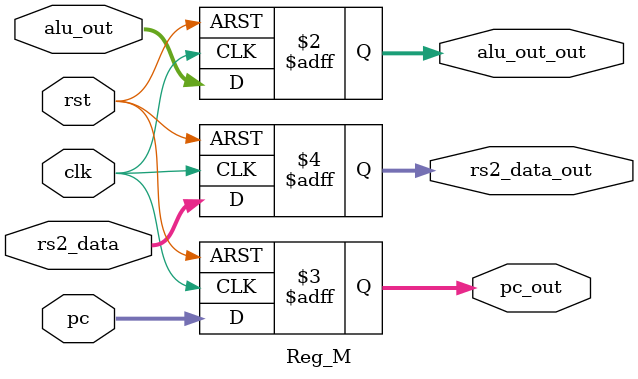
<source format=v>
module Reg_M(
    input clk,
	input rst,
    input [31:0] alu_out,
    input [31:0] rs2_data,
input [31:0] pc,
    output reg [31:0] alu_out_out,
output reg [31:0] pc_out,
    output reg [31:0] rs2_data_out
);
always@(posedge clk or posedge rst)
begin
if (rst)begin
alu_out_out <= 32'd0;
rs2_data_out <= 32'd0;
pc_out<=32'd0;
end
else begin
alu_out_out <= alu_out;
rs2_data_out <= rs2_data;
pc_out<= pc;
end
end
endmodule

</source>
